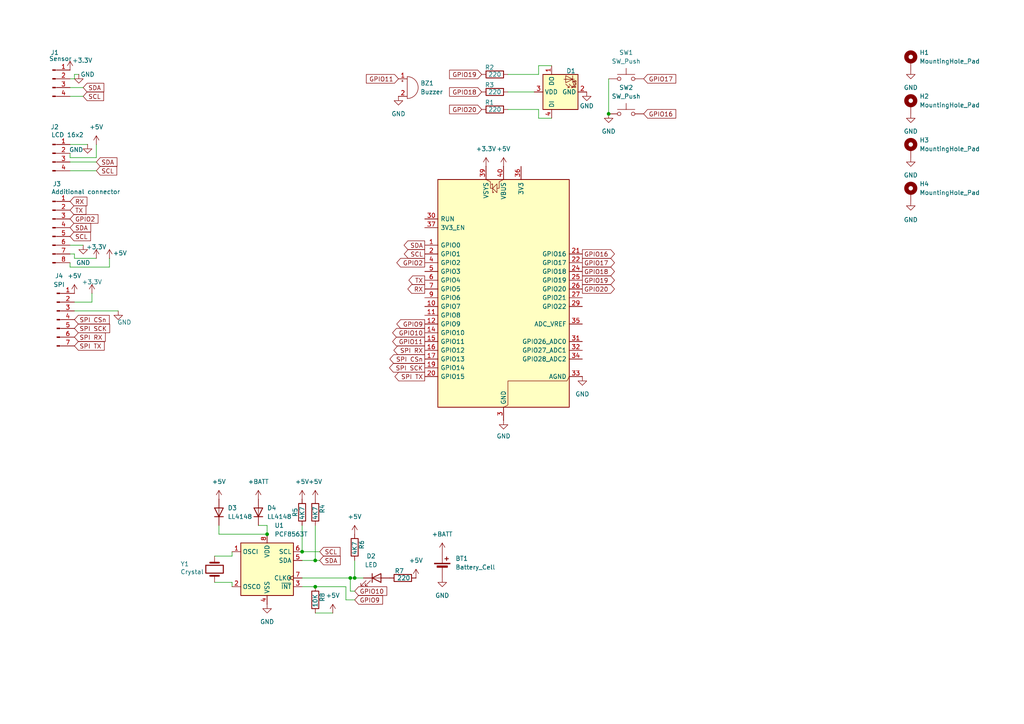
<source format=kicad_sch>
(kicad_sch (version 20250114) (generator "eeschema") (generator_version "9.0")
  (paper "A4")
  (title_block (title "Raspberry Pi Pico Logger") (date "2025-06-21") (rev "1.0") (company "Creator: Piotr Kłyś"))
  (lib_symbols
    (symbol "Connector:Conn_01x04_Pin" (pin_names (offset 1.016) (hide yes))
      (property "Reference" "J" (at 0 5.08 0))
      (property "Value" "Conn_01x04_Pin" (at 0 -7.62 0))
      (symbol "Conn_01x04_Pin_1_1"
        (rectangle (start 0.8636 2.667) (end 0 2.413) (stroke (width 0.1524)) (fill (type outline)))
        (rectangle (start 0.8636 0.127) (end 0 -0.127) (stroke (width 0.1524)) (fill (type outline)))
        (rectangle (start 0.8636 -2.413) (end 0 -2.667) (stroke (width 0.1524)) (fill (type outline)))
        (rectangle (start 0.8636 -4.953) (end 0 -5.207) (stroke (width 0.1524)) (fill (type outline)))
        (polyline (pts (xy 1.27 2.54) (xy 0.8636 2.54)) (stroke (width 0.1524)))
        (polyline (pts (xy 1.27 0) (xy 0.8636 0)) (stroke (width 0.1524)))
        (polyline (pts (xy 1.27 -2.54) (xy 0.8636 -2.54)) (stroke (width 0.1524)))
        (polyline (pts (xy 1.27 -5.08) (xy 0.8636 -5.08)) (stroke (width 0.1524)))
        (pin passive line (at 5.08 2.54 180) (length 3.81) (name "Pin_1") (number "1"))
        (pin passive line (at 5.08 0 180) (length 3.81) (name "Pin_2") (number "2"))
        (pin passive line (at 5.08 -2.54 180) (length 3.81) (name "Pin_3") (number "3"))
        (pin passive line (at 5.08 -5.08 180) (length 3.81) (name "Pin_4") (number "4"))
      )
    )
    (symbol "Connector:Conn_01x07_Pin" (pin_names (offset 1.016) (hide yes))
      (property "Reference" "J" (at 0 10.16 0))
      (property "Value" "Conn_01x07_Pin" (at 0 -10.16 0))
      (symbol "Conn_01x07_Pin_1_1"
        (rectangle (start 0.8636 7.747) (end 0 7.493) (stroke (width 0.1524)) (fill (type outline)))
        (rectangle (start 0.8636 5.207) (end 0 4.953) (stroke (width 0.1524)) (fill (type outline)))
        (rectangle (start 0.8636 2.667) (end 0 2.413) (stroke (width 0.1524)) (fill (type outline)))
        (rectangle (start 0.8636 0.127) (end 0 -0.127) (stroke (width 0.1524)) (fill (type outline)))
        (rectangle (start 0.8636 -2.413) (end 0 -2.667) (stroke (width 0.1524)) (fill (type outline)))
        (rectangle (start 0.8636 -4.953) (end 0 -5.207) (stroke (width 0.1524)) (fill (type outline)))
        (rectangle (start 0.8636 -7.493) (end 0 -7.747) (stroke (width 0.1524)) (fill (type outline)))
        (polyline (pts (xy 1.27 7.62) (xy 0.8636 7.62)) (stroke (width 0.1524)))
        (polyline (pts (xy 1.27 5.08) (xy 0.8636 5.08)) (stroke (width 0.1524)))
        (polyline (pts (xy 1.27 2.54) (xy 0.8636 2.54)) (stroke (width 0.1524)))
        (polyline (pts (xy 1.27 0) (xy 0.8636 0)) (stroke (width 0.1524)))
        (polyline (pts (xy 1.27 -2.54) (xy 0.8636 -2.54)) (stroke (width 0.1524)))
        (polyline (pts (xy 1.27 -5.08) (xy 0.8636 -5.08)) (stroke (width 0.1524)))
        (polyline (pts (xy 1.27 -7.62) (xy 0.8636 -7.62)) (stroke (width 0.1524)))
        (pin passive line (at 5.08 7.62 180) (length 3.81) (name "Pin_1") (number "1"))
        (pin passive line (at 5.08 5.08 180) (length 3.81) (name "Pin_2") (number "2"))
        (pin passive line (at 5.08 2.54 180) (length 3.81) (name "Pin_3") (number "3"))
        (pin passive line (at 5.08 0 180) (length 3.81) (name "Pin_4") (number "4"))
        (pin passive line (at 5.08 -2.54 180) (length 3.81) (name "Pin_5") (number "5"))
        (pin passive line (at 5.08 -5.08 180) (length 3.81) (name "Pin_6") (number "6"))
        (pin passive line (at 5.08 -7.62 180) (length 3.81) (name "Pin_7") (number "7"))
      )
    )
    (symbol "Connector:Conn_01x08_Pin" (pin_names (offset 1.016) (hide yes))
      (property "Reference" "J" (at 0 10.16 0))
      (property "Value" "Conn_01x08_Pin" (at 0 -12.7 0))
      (symbol "Conn_01x08_Pin_1_1"
        (rectangle (start 0.8636 7.747) (end 0 7.493) (stroke (width 0.1524)) (fill (type outline)))
        (rectangle (start 0.8636 5.207) (end 0 4.953) (stroke (width 0.1524)) (fill (type outline)))
        (rectangle (start 0.8636 2.667) (end 0 2.413) (stroke (width 0.1524)) (fill (type outline)))
        (rectangle (start 0.8636 0.127) (end 0 -0.127) (stroke (width 0.1524)) (fill (type outline)))
        (rectangle (start 0.8636 -2.413) (end 0 -2.667) (stroke (width 0.1524)) (fill (type outline)))
        (rectangle (start 0.8636 -4.953) (end 0 -5.207) (stroke (width 0.1524)) (fill (type outline)))
        (rectangle (start 0.8636 -7.493) (end 0 -7.747) (stroke (width 0.1524)) (fill (type outline)))
        (rectangle (start 0.8636 -10.033) (end 0 -10.287) (stroke (width 0.1524)) (fill (type outline)))
        (polyline (pts (xy 1.27 7.62) (xy 0.8636 7.62)) (stroke (width 0.1524)))
        (polyline (pts (xy 1.27 5.08) (xy 0.8636 5.08)) (stroke (width 0.1524)))
        (polyline (pts (xy 1.27 2.54) (xy 0.8636 2.54)) (stroke (width 0.1524)))
        (polyline (pts (xy 1.27 0) (xy 0.8636 0)) (stroke (width 0.1524)))
        (polyline (pts (xy 1.27 -2.54) (xy 0.8636 -2.54)) (stroke (width 0.1524)))
        (polyline (pts (xy 1.27 -5.08) (xy 0.8636 -5.08)) (stroke (width 0.1524)))
        (polyline (pts (xy 1.27 -7.62) (xy 0.8636 -7.62)) (stroke (width 0.1524)))
        (polyline (pts (xy 1.27 -10.16) (xy 0.8636 -10.16)) (stroke (width 0.1524)))
        (pin passive line (at 5.08 7.62 180) (length 3.81) (name "Pin_1") (number "1"))
        (pin passive line (at 5.08 5.08 180) (length 3.81) (name "Pin_2") (number "2"))
        (pin passive line (at 5.08 2.54 180) (length 3.81) (name "Pin_3") (number "3"))
        (pin passive line (at 5.08 0 180) (length 3.81) (name "Pin_4") (number "4"))
        (pin passive line (at 5.08 -2.54 180) (length 3.81) (name "Pin_5") (number "5"))
        (pin passive line (at 5.08 -5.08 180) (length 3.81) (name "Pin_6") (number "6"))
        (pin passive line (at 5.08 -7.62 180) (length 3.81) (name "Pin_7") (number "7"))
        (pin passive line (at 5.08 -10.16 180) (length 3.81) (name "Pin_8") (number "8"))
      )
    )
    (symbol "Device:Battery_Cell" (pin_numbers (hide yes)) (pin_names (offset 0) (hide yes))
      (property "Reference" "BT" (at 2.54 2.54 0))
      (property "Value" "Battery_Cell" (at 2.54 0 0))
      (symbol "Battery_Cell_0_1"
        (rectangle (start -2.286 1.778) (end 2.286 1.524) (fill (type outline)))
        (rectangle (start -1.524 1.016) (end 1.524 0.508) (fill (type outline)))
        (polyline (pts (xy 0 1.778) (xy 0 2.54)))
        (polyline (pts (xy 0 0.762) (xy 0 0)))
        (polyline (pts (xy 0.762 3.048) (xy 1.778 3.048)) (stroke (width 0.254)))
        (polyline (pts (xy 1.27 3.556) (xy 1.27 2.54)) (stroke (width 0.254)))
      )
      (symbol "Battery_Cell_1_1"
        (pin passive line (at 0 5.08 270) (length 2.54) (name "+") (number "1"))
        (pin passive line (at 0 -2.54 90) (length 2.54) (name "-") (number "2"))
      )
    )
    (symbol "Device:Buzzer" (pin_names (offset 0.0254) (hide yes))
      (property "Reference" "BZ" (at 3.81 1.27 0))
      (property "Value" "Buzzer" (at 3.81 -1.27 0))
      (symbol "Buzzer_0_1"
        (polyline (pts (xy -1.651 1.905) (xy -1.143 1.905)))
        (polyline (pts (xy -1.397 2.159) (xy -1.397 1.651)))
        (arc (start 0 3.175) (mid 3.1612 0) (end 0 -3.175))
        (polyline (pts (xy 0 3.175) (xy 0 -3.175)))
      )
      (symbol "Buzzer_1_1"
        (pin passive line (at -2.54 2.54 0) (length 2.54) (name "+") (number "1"))
        (pin passive line (at -2.54 -2.54 0) (length 2.54) (name "-") (number "2"))
      )
    )
    (symbol "Device:Crystal" (pin_numbers (hide yes)) (pin_names (offset 1.016) (hide yes))
      (property "Reference" "Y" (at 0 3.81 0))
      (property "Value" "Crystal" (at 0 -3.81 0))
      (symbol "Crystal_0_1"
        (polyline (pts (xy -2.54 0) (xy -1.905 0)))
        (polyline (pts (xy -1.905 -1.27) (xy -1.905 1.27)) (stroke (width 0.508)))
        (rectangle (start -1.143 2.54) (end 1.143 -2.54) (stroke (width 0.3048)))
        (polyline (pts (xy 1.905 -1.27) (xy 1.905 1.27)) (stroke (width 0.508)))
        (polyline (pts (xy 2.54 0) (xy 1.905 0)))
      )
      (symbol "Crystal_1_1"
        (pin passive line (at -3.81 0 0) (length 1.27) (name "1") (number "1"))
        (pin passive line (at 3.81 0 180) (length 1.27) (name "2") (number "2"))
      )
    )
    (symbol "Device:LED" (pin_numbers (hide yes)) (pin_names (offset 1.016) (hide yes))
      (property "Reference" "D" (at 0 2.54 0))
      (property "Value" "LED" (at 0 -2.54 0))
      (symbol "LED_0_1"
        (polyline (pts (xy -3.048 -0.762) (xy -4.572 -2.286) (xy -3.81 -2.286) (xy -4.572 -2.286) (xy -4.572 -1.524)))
        (polyline (pts (xy -1.778 -0.762) (xy -3.302 -2.286) (xy -2.54 -2.286) (xy -3.302 -2.286) (xy -3.302 -1.524)))
        (polyline (pts (xy -1.27 0) (xy 1.27 0)))
        (polyline (pts (xy -1.27 -1.27) (xy -1.27 1.27)) (stroke (width 0.254)))
        (polyline (pts (xy 1.27 -1.27) (xy 1.27 1.27) (xy -1.27 0) (xy 1.27 -1.27)) (stroke (width 0.254)))
      )
      (symbol "LED_1_1"
        (pin passive line (at -3.81 0 0) (length 2.54) (name "K") (number "1"))
        (pin passive line (at 3.81 0 180) (length 2.54) (name "A") (number "2"))
      )
    )
    (symbol "Device:R" (pin_numbers (hide yes)) (pin_names (offset 0))
      (property "Reference" "R" (at 2.032 0 90))
      (property "Value" "R" (at 0 0 90))
      (symbol "R_0_1"
        (rectangle (start -1.016 -2.54) (end 1.016 2.54) (stroke (width 0.254)))
      )
      (symbol "R_1_1"
        (pin passive line (at 0 3.81 270) (length 1.27) (name "~") (number "1"))
        (pin passive line (at 0 -3.81 90) (length 1.27) (name "~") (number "2"))
      )
    )
    (symbol "Diode:LL4148" (pin_numbers (hide yes)) (pin_names (hide yes))
      (property "Reference" "D" (at 0 2.54 0))
      (property "Value" "LL4148" (at 0 -2.54 0))
      (symbol "LL4148_0_1"
        (polyline (pts (xy -1.27 1.27) (xy -1.27 -1.27)) (stroke (width 0.254)))
        (polyline (pts (xy 1.27 1.27) (xy 1.27 -1.27) (xy -1.27 0) (xy 1.27 1.27)) (stroke (width 0.254)))
        (polyline (pts (xy 1.27 0) (xy -1.27 0)))
      )
      (symbol "LL4148_1_1"
        (pin passive line (at -3.81 0 0) (length 2.54) (name "K") (number "1"))
        (pin passive line (at 3.81 0 180) (length 2.54) (name "A") (number "2"))
      )
    )
    (symbol "LED:APA-106-F5"
      (property "Reference" "D" (at 5.08 5.715 0))
      (property "Value" "APA-106-F5" (at 1.27 -5.715 0))
      (symbol "APA-106-F5_0_0"
        (text "RGB" (at 2.286 -4.191 0) (effects (font (size 0.762 0.762))))
      )
      (symbol "APA-106-F5_0_1"
        (polyline (pts (xy 1.27 -2.54) (xy 1.778 -2.54)))
        (polyline (pts (xy 1.27 -3.556) (xy 1.778 -3.556)))
        (polyline (pts (xy 2.286 -1.524) (xy 1.27 -2.54) (xy 1.27 -2.032)))
        (polyline (pts (xy 2.286 -2.54) (xy 1.27 -3.556) (xy 1.27 -3.048)))
        (polyline (pts (xy 3.683 -1.016) (xy 3.683 -3.556) (xy 3.683 -4.064)))
        (polyline (pts (xy 4.699 -1.524) (xy 2.667 -1.524) (xy 3.683 -3.556) (xy 4.699 -1.524)))
        (polyline (pts (xy 4.699 -3.556) (xy 2.667 -3.556)))
        (rectangle (start 5.08 5.08) (end -5.08 -5.08) (stroke (width 0.254)) (fill (type background)))
      )
      (symbol "APA-106-F5_1_1"
        (pin input line (at -7.62 2.54 0) (length 2.54) (name "DI") (number "4"))
        (pin power_in line (at 0 7.62 270) (length 2.54) (name "VDD") (number "3"))
        (pin power_in line (at 0 -7.62 90) (length 2.54) (name "GND") (number "2"))
        (pin output line (at 7.62 2.54 180) (length 2.54) (name "DO") (number "1"))
      )
    )
    (symbol "MCU_Module:RaspberryPi_Pico" (pin_names (offset 0.762))
      (property "Reference" "A" (at -19.05 35.56 0))
      (property "Value" "RaspberryPi_Pico" (at 7.62 35.56 0))
      (symbol "RaspberryPi_Pico_0_1"
        (rectangle (start -19.05 34.29) (end 19.05 -31.75) (stroke (width 0.254)) (fill (type background)))
        (polyline (pts (xy -5.08 34.29) (xy -3.81 33.655) (xy -3.81 31.75) (xy -3.175 31.75)))
        (polyline (pts (xy -3.429 32.766) (xy -3.429 33.02) (xy -3.175 33.02) (xy -3.175 30.48) (xy -2.921 30.48) (xy -2.921 30.734)))
        (polyline (pts (xy -3.175 31.75) (xy -1.905 33.02) (xy -1.905 30.48) (xy -3.175 31.75)))
        (polyline (pts (xy 0 34.29) (xy -1.27 33.655) (xy -1.27 31.75) (xy -1.905 31.75)))
        (polyline (pts (xy 0 -31.75) (xy 1.27 -31.115) (xy 1.27 -24.13) (xy 18.415 -24.13) (xy 19.05 -22.86)))
      )
      (symbol "RaspberryPi_Pico_1_1"
        (pin passive line (at -22.86 22.86 0) (length 3.81) (name "RUN") (number "30"))
        (pin passive line (at -22.86 20.32 0) (length 3.81) (name "3V3_EN") (number "37"))
        (pin bidirectional line (at -22.86 15.24 0) (length 3.81) (name "GPIO0") (number "1"))
        (pin bidirectional line (at -22.86 12.7 0) (length 3.81) (name "GPIO1") (number "2"))
        (pin bidirectional line (at -22.86 10.16 0) (length 3.81) (name "GPIO2") (number "4"))
        (pin bidirectional line (at -22.86 7.62 0) (length 3.81) (name "GPIO3") (number "5"))
        (pin bidirectional line (at -22.86 5.08 0) (length 3.81) (name "GPIO4") (number "6"))
        (pin bidirectional line (at -22.86 2.54 0) (length 3.81) (name "GPIO5") (number "7"))
        (pin bidirectional line (at -22.86 0 0) (length 3.81) (name "GPIO6") (number "9"))
        (pin bidirectional line (at -22.86 -2.54 0) (length 3.81) (name "GPIO7") (number "10"))
        (pin bidirectional line (at -22.86 -5.08 0) (length 3.81) (name "GPIO8") (number "11"))
        (pin bidirectional line (at -22.86 -7.62 0) (length 3.81) (name "GPIO9") (number "12"))
        (pin bidirectional line (at -22.86 -10.16 0) (length 3.81) (name "GPIO10") (number "14"))
        (pin bidirectional line (at -22.86 -12.7 0) (length 3.81) (name "GPIO11") (number "15"))
        (pin bidirectional line (at -22.86 -15.24 0) (length 3.81) (name "GPIO12") (number "16"))
        (pin bidirectional line (at -22.86 -17.78 0) (length 3.81) (name "GPIO13") (number "17"))
        (pin bidirectional line (at -22.86 -20.32 0) (length 3.81) (name "GPIO14") (number "19"))
        (pin bidirectional line (at -22.86 -22.86 0) (length 3.81) (name "GPIO15") (number "20"))
        (pin power_in line (at -5.08 38.1 270) (length 3.81) (name "VSYS") (number "39"))
        (pin power_out line (at 0 38.1 270) (length 3.81) (name "VBUS") (number "40"))
        (pin passive line (at 0 -35.56 90) (length 3.81) (hide yes) (name "GND") (number "13"))
        (pin passive line (at 0 -35.56 90) (length 3.81) (hide yes) (name "GND") (number "18"))
        (pin passive line (at 0 -35.56 90) (length 3.81) (hide yes) (name "GND") (number "23"))
        (pin passive line (at 0 -35.56 90) (length 3.81) (hide yes) (name "GND") (number "28"))
        (pin power_out line (at 0 -35.56 90) (length 3.81) (name "GND") (number "3"))
        (pin passive line (at 0 -35.56 90) (length 3.81) (hide yes) (name "GND") (number "38"))
        (pin passive line (at 0 -35.56 90) (length 3.81) (hide yes) (name "GND") (number "8"))
        (pin power_out line (at 5.08 38.1 270) (length 3.81) (name "3V3") (number "36"))
        (pin bidirectional line (at 22.86 12.7 180) (length 3.81) (name "GPIO16") (number "21"))
        (pin bidirectional line (at 22.86 10.16 180) (length 3.81) (name "GPIO17") (number "22"))
        (pin bidirectional line (at 22.86 7.62 180) (length 3.81) (name "GPIO18") (number "24"))
        (pin bidirectional line (at 22.86 5.08 180) (length 3.81) (name "GPIO19") (number "25"))
        (pin bidirectional line (at 22.86 2.54 180) (length 3.81) (name "GPIO20") (number "26"))
        (pin bidirectional line (at 22.86 0 180) (length 3.81) (name "GPIO21") (number "27"))
        (pin bidirectional line (at 22.86 -2.54 180) (length 3.81) (name "GPIO22") (number "29"))
        (pin power_in line (at 22.86 -7.62 180) (length 3.81) (name "ADC_VREF") (number "35"))
        (pin bidirectional line (at 22.86 -12.7 180) (length 3.81) (name "GPIO26_ADC0") (number "31"))
        (pin bidirectional line (at 22.86 -15.24 180) (length 3.81) (name "GPIO27_ADC1") (number "32"))
        (pin bidirectional line (at 22.86 -17.78 180) (length 3.81) (name "GPIO28_ADC2") (number "34"))
        (pin power_out line (at 22.86 -22.86 180) (length 3.81) (name "AGND") (number "33"))
      )
    )
    (symbol "Mechanical:MountingHole_Pad" (pin_numbers (hide yes)) (pin_names (offset 1.016) (hide yes)) (in_bom no)
      (property "Reference" "H" (at 0 6.35 0))
      (property "Value" "MountingHole_Pad" (at 0 4.445 0))
      (symbol "MountingHole_Pad_0_1"
        (circle (center 0 1.27) (radius 1.27) (stroke (width 1.27)))
      )
      (symbol "MountingHole_Pad_1_1"
        (pin input line (at 0 -2.54 90) (length 2.54) (name "1") (number "1"))
      )
    )
    (symbol "Switch:SW_Push" (pin_numbers (hide yes)) (pin_names (offset 1.016) (hide yes))
      (property "Reference" "SW" (at 1.27 2.54 0))
      (property "Value" "SW_Push" (at 0 -1.524 0))
      (symbol "SW_Push_0_1"
        (circle (center -2.032 0) (radius 0.508))
        (polyline (pts (xy 0 1.27) (xy 0 3.048)))
        (circle (center 2.032 0) (radius 0.508))
        (polyline (pts (xy 2.54 1.27) (xy -2.54 1.27)))
        (pin passive line (at -5.08 0 0) (length 2.54) (name "1") (number "1"))
        (pin passive line (at 5.08 0 180) (length 2.54) (name "2") (number "2"))
      )
    )
    (symbol "Timer_RTC:PCF8563T"
      (property "Reference" "U" (at -7.62 8.89 0))
      (property "Value" "PCF8563T" (at 2.54 8.89 0))
      (symbol "PCF8563T_0_1"
        (rectangle (start -7.62 7.62) (end 7.62 -7.62) (stroke (width 0.254)) (fill (type background)))
      )
      (symbol "PCF8563T_1_1"
        (pin input line (at -10.16 5.08 0) (length 2.54) (name "OSCI") (number "1"))
        (pin output line (at -10.16 -5.08 0) (length 2.54) (name "OSCO") (number "2"))
        (pin power_in line (at 0 10.16 270) (length 2.54) (name "VDD") (number "8"))
        (pin power_in line (at 0 -10.16 90) (length 2.54) (name "VSS") (number "4"))
        (pin input line (at 10.16 5.08 180) (length 2.54) (name "SCL") (number "6"))
        (pin bidirectional line (at 10.16 2.54 180) (length 2.54) (name "SDA") (number "5"))
        (pin output clock (at 10.16 -2.54 180) (length 2.54) (name "CLKO") (number "7"))
        (pin output line (at 10.16 -5.08 180) (length 2.54) (name "~{INT}") (number "3"))
      )
    )
    (symbol "power:+3.3V" (power) (pin_numbers (hide yes)) (pin_names (offset 0) (hide yes))
      (property "Value" "+3.3V" (at 0 3.556 0))
      (symbol "+3.3V_0_1"
        (polyline (pts (xy -0.762 1.27) (xy 0 2.54)))
        (polyline (pts (xy 0 2.54) (xy 0.762 1.27)))
        (polyline (pts (xy 0 0) (xy 0 2.54)))
      )
      (symbol "+3.3V_1_1"
        (pin power_in line (at 0 0 90) (length 0) (name "~") (number "1"))
      )
    )
    (symbol "power:+5V" (power) (pin_numbers (hide yes)) (pin_names (offset 0) (hide yes))
      (property "Value" "+5V" (at 0 3.556 0))
      (symbol "+5V_0_1"
        (polyline (pts (xy -0.762 1.27) (xy 0 2.54)))
        (polyline (pts (xy 0 2.54) (xy 0.762 1.27)))
        (polyline (pts (xy 0 0) (xy 0 2.54)))
      )
      (symbol "+5V_1_1"
        (pin power_in line (at 0 0 90) (length 0) (name "~") (number "1"))
      )
    )
    (symbol "power:+BATT" (power) (pin_numbers (hide yes)) (pin_names (offset 0) (hide yes))
      (property "Value" "+BATT" (at 0 3.556 0))
      (symbol "+BATT_0_1"
        (polyline (pts (xy -0.762 1.27) (xy 0 2.54)))
        (polyline (pts (xy 0 2.54) (xy 0.762 1.27)))
        (polyline (pts (xy 0 0) (xy 0 2.54)))
      )
      (symbol "+BATT_1_1"
        (pin power_in line (at 0 0 90) (length 0) (name "~") (number "1"))
      )
    )
    (symbol "power:GND" (power) (pin_numbers (hide yes)) (pin_names (offset 0) (hide yes))
      (property "Value" "GND" (at 0 -3.81 0))
      (symbol "GND_0_1"
        (polyline (pts (xy 0 0) (xy 0 -1.27) (xy 1.27 -1.27) (xy 0 -2.54) (xy -1.27 -1.27) (xy 0 -1.27)))
      )
      (symbol "GND_1_1"
        (pin power_in line (at 0 0 270) (length 0) (name "~") (number "1"))
      )
    )
  )
  (junction (at 87.63 160.02))
  (junction (at 176.53 33.02))
  (junction (at 77.47 154.94))
  (junction (at 101.6 167.64))
  (junction (at 91.44 162.56))
  (junction (at 102.87 167.64))
  (junction (at 91.44 170.18))
  (wire (pts (xy 77.47 152.4) (xy 77.47 154.94)))
  (wire (pts (xy 27.94 41.91) (xy 27.94 45.72)))
  (wire (pts (xy 176.53 22.86) (xy 176.53 33.02)))
  (wire (pts (xy 87.63 152.4) (xy 87.63 160.02)))
  (wire (pts (xy 101.6 167.64) (xy 102.87 167.64)))
  (wire (pts (xy 21.59 21.59) (xy 21.59 22.86)))
  (wire (pts (xy 156.21 31.75) (xy 156.21 34.29)))
  (wire (pts (xy 102.87 173.99) (xy 100.33 173.99)))
  (wire (pts (xy 87.63 162.56) (xy 91.44 162.56)))
  (wire (pts (xy 20.32 73.66) (xy 21.59 73.66)))
  (wire (pts (xy 21.59 21.59) (xy 22.86 21.59)))
  (wire (pts (xy 21.59 74.93) (xy 21.59 73.66)))
  (wire (pts (xy 156.21 19.05) (xy 160.02 19.05)))
  (wire (pts (xy 20.32 45.72) (xy 20.32 44.45)))
  (wire (pts (xy 147.32 26.67) (xy 154.94 26.67)))
  (wire (pts (xy 62.23 161.29) (xy 67.31 161.29)))
  (wire (pts (xy 102.87 167.64) (xy 105.41 167.64)))
  (wire (pts (xy 100.33 170.18) (xy 91.44 170.18)))
  (wire (pts (xy 20.32 46.99) (xy 27.94 46.99)))
  (wire (pts (xy 20.32 71.12) (xy 24.13 71.12)))
  (wire (pts (xy 87.63 167.64) (xy 101.6 167.64)))
  (wire (pts (xy 100.33 173.99) (xy 100.33 170.18)))
  (wire (pts (xy 20.32 49.53) (xy 27.94 49.53)))
  (wire (pts (xy 20.32 25.4) (xy 24.13 25.4)))
  (wire (pts (xy 21.59 87.63) (xy 26.67 87.63)))
  (wire (pts (xy 102.87 171.45) (xy 101.6 171.45)))
  (wire (pts (xy 27.94 74.93) (xy 21.59 74.93)))
  (wire (pts (xy 101.6 171.45) (xy 101.6 167.64)))
  (wire (pts (xy 87.63 170.18) (xy 91.44 170.18)))
  (wire (pts (xy 63.5 152.4) (xy 63.5 154.94)))
  (wire (pts (xy 147.32 21.59) (xy 156.21 21.59)))
  (wire (pts (xy 20.32 45.72) (xy 27.94 45.72)))
  (wire (pts (xy 21.59 90.17) (xy 34.29 90.17)))
  (wire (pts (xy 26.67 85.09) (xy 26.67 87.63)))
  (wire (pts (xy 20.32 77.47) (xy 20.32 76.2)))
  (wire (pts (xy 63.5 154.94) (xy 77.47 154.94)))
  (wire (pts (xy 31.75 74.93) (xy 31.75 77.47)))
  (wire (pts (xy 87.63 160.02) (xy 92.71 160.02)))
  (wire (pts (xy 147.32 31.75) (xy 156.21 31.75)))
  (wire (pts (xy 67.31 168.91) (xy 67.31 170.18)))
  (wire (pts (xy 91.44 162.56) (xy 92.71 162.56)))
  (wire (pts (xy 156.21 21.59) (xy 156.21 19.05)))
  (wire (pts (xy 91.44 177.8) (xy 96.52 177.8)))
  (wire (pts (xy 31.75 77.47) (xy 20.32 77.47)))
  (wire (pts (xy 91.44 152.4) (xy 91.44 162.56)))
  (wire (pts (xy 156.21 34.29) (xy 160.02 34.29)))
  (wire (pts (xy 20.32 27.94) (xy 24.13 27.94)))
  (wire (pts (xy 74.93 152.4) (xy 77.47 152.4)))
  (wire (pts (xy 67.31 161.29) (xy 67.31 160.02)))
  (wire (pts (xy 62.23 168.91) (xy 67.31 168.91)))
  (wire (pts (xy 102.87 162.56) (xy 102.87 167.64)))
  (wire (pts (xy 20.32 41.91) (xy 25.4 41.91)))
  (wire (pts (xy 21.59 22.86) (xy 20.32 22.86)))
  (global_label "TX" (shape output) (at 123.19 81.28 180) (property "Intersheetrefs" "${INTERSHEET_REFS}" (effects (hide yes))))
  (global_label "SPI SCK" (shape input) (at 21.59 95.25 0) (property "Intersheetrefs" "${INTERSHEET_REFS}" (effects (hide yes))))
  (global_label "GPIO16" (shape input) (at 186.69 33.02 0) (property "Intersheetrefs" "${INTERSHEET_REFS}" (effects (hide yes))))
  (global_label "SCL" (shape input) (at 20.32 68.58 0) (property "Intersheetrefs" "${INTERSHEET_REFS}" (effects (hide yes))))
  (global_label "SDA" (shape input) (at 20.32 66.04 0) (property "Intersheetrefs" "${INTERSHEET_REFS}" (effects (hide yes))))
  (global_label "GPIO9" (shape input) (at 102.87 173.99 0) (property "Intersheetrefs" "${INTERSHEET_REFS}" (effects (hide yes))))
  (global_label "GPIO19" (shape output) (at 168.91 81.28 0) (property "Intersheetrefs" "${INTERSHEET_REFS}" (effects (hide yes))))
  (global_label "TX" (shape input) (at 20.32 60.96 0) (property "Intersheetrefs" "${INTERSHEET_REFS}" (effects (hide yes))))
  (global_label "SCL" (shape output) (at 123.19 73.66 180) (property "Intersheetrefs" "${INTERSHEET_REFS}" (effects (hide yes))))
  (global_label "SPI RX" (shape output) (at 123.19 101.6 180) (property "Intersheetrefs" "${INTERSHEET_REFS}" (effects (hide yes))))
  (global_label "SCL" (shape input) (at 92.71 160.02 0) (property "Intersheetrefs" "${INTERSHEET_REFS}" (effects (hide yes))))
  (global_label "SPI TX" (shape input) (at 21.59 100.33 0) (property "Intersheetrefs" "${INTERSHEET_REFS}" (effects (hide yes))))
  (global_label "SPI CSn" (shape output) (at 123.19 104.14 180) (property "Intersheetrefs" "${INTERSHEET_REFS}" (effects (hide yes))))
  (global_label "SDA" (shape output) (at 123.19 71.12 180) (property "Intersheetrefs" "${INTERSHEET_REFS}" (effects (hide yes))))
  (global_label "SCL" (shape input) (at 27.94 49.53 0) (property "Intersheetrefs" "${INTERSHEET_REFS}" (effects (hide yes))))
  (global_label "SCL" (shape input) (at 24.13 27.94 0) (property "Intersheetrefs" "${INTERSHEET_REFS}" (effects (hide yes))))
  (global_label "SPI CSn" (shape input) (at 21.59 92.71 0) (property "Intersheetrefs" "${INTERSHEET_REFS}" (effects (hide yes))))
  (global_label "SPI TX" (shape output) (at 123.19 109.22 180) (property "Intersheetrefs" "${INTERSHEET_REFS}" (effects (hide yes))))
  (global_label "GPIO19" (shape input) (at 139.7 21.59 180) (property "Intersheetrefs" "${INTERSHEET_REFS}" (effects (hide yes))))
  (global_label "GPIO11" (shape output) (at 123.19 99.06 180) (property "Intersheetrefs" "${INTERSHEET_REFS}" (effects (hide yes))))
  (global_label "GPIO2" (shape input) (at 20.32 63.5 0) (property "Intersheetrefs" "${INTERSHEET_REFS}" (effects (hide yes))))
  (global_label "GPIO9" (shape output) (at 123.19 93.98 180) (property "Intersheetrefs" "${INTERSHEET_REFS}" (effects (hide yes))))
  (global_label "GPIO18" (shape output) (at 168.91 78.74 0) (property "Intersheetrefs" "${INTERSHEET_REFS}" (effects (hide yes))))
  (global_label "GPIO20" (shape output) (at 168.91 83.82 0) (property "Intersheetrefs" "${INTERSHEET_REFS}" (effects (hide yes))))
  (global_label "SPI RX" (shape input) (at 21.59 97.79 0) (property "Intersheetrefs" "${INTERSHEET_REFS}" (effects (hide yes))))
  (global_label "GPIO20" (shape input) (at 139.7 31.75 180) (property "Intersheetrefs" "${INTERSHEET_REFS}" (effects (hide yes))))
  (global_label "GPIO2" (shape output) (at 123.19 76.2 180) (property "Intersheetrefs" "${INTERSHEET_REFS}" (effects (hide yes))))
  (global_label "GPIO16" (shape output) (at 168.91 73.66 0) (property "Intersheetrefs" "${INTERSHEET_REFS}" (effects (hide yes))))
  (global_label "SDA" (shape input) (at 92.71 162.56 0) (property "Intersheetrefs" "${INTERSHEET_REFS}" (effects (hide yes))))
  (global_label "SDA" (shape input) (at 24.13 25.4 0) (property "Intersheetrefs" "${INTERSHEET_REFS}" (effects (hide yes))))
  (global_label "SDA" (shape input) (at 27.94 46.99 0) (property "Intersheetrefs" "${INTERSHEET_REFS}" (effects (hide yes))))
  (global_label "GPIO10" (shape input) (at 102.87 171.45 0) (property "Intersheetrefs" "${INTERSHEET_REFS}" (effects (hide yes))))
  (global_label "GPIO18" (shape input) (at 139.7 26.67 180) (property "Intersheetrefs" "${INTERSHEET_REFS}" (effects (hide yes))))
  (global_label "GPIO11" (shape input) (at 115.57 22.86 180) (property "Intersheetrefs" "${INTERSHEET_REFS}" (effects (hide yes))))
  (global_label "RX" (shape input) (at 20.32 58.42 0) (property "Intersheetrefs" "${INTERSHEET_REFS}" (effects (hide yes))))
  (global_label "RX" (shape output) (at 123.19 83.82 180) (property "Intersheetrefs" "${INTERSHEET_REFS}" (effects (hide yes))))
  (global_label "GPIO17" (shape output) (at 168.91 76.2 0) (property "Intersheetrefs" "${INTERSHEET_REFS}" (effects (hide yes))))
  (global_label "SPI SCK" (shape output) (at 123.19 106.68 180) (property "Intersheetrefs" "${INTERSHEET_REFS}" (effects (hide yes))))
  (global_label "GPIO17" (shape input) (at 186.69 22.86 0) (property "Intersheetrefs" "${INTERSHEET_REFS}" (effects (hide yes))))
  (global_label "GPIO10" (shape output) (at 123.19 96.52 180) (property "Intersheetrefs" "${INTERSHEET_REFS}" (effects (hide yes))))
  (symbol (lib_id "Device:Buzzer") (at 118.11 25.4 0) (unit 1)
    (property "Reference" "BZ1" (at 121.92 24.1299 0) (effects (justify left)))
    (property "Value" "Buzzer" (at 121.92 26.6699 0) (effects (justify left)))
    (property "Footprint" "Buzzer_Beeper:Buzzer_12x9.5RM7.6" (effects (hide yes)))
    (property "Description" "Buzzer, polarized" (effects (hide yes)))
  )
  (symbol (lib_id "MCU_Module:RaspberryPi_Pico") (at 146.05 86.36 0) (unit 1)
    (property "Reference" "A1" (effects (hide yes)))
    (property "Value" "RaspberryPi_Pico" (effects (hide yes)))
    (property "Footprint" "Module:RaspberryPi_Pico_Common_THT" (effects (hide yes)))
    (property "Datasheet" "https://datasheets.raspberrypi.com/pico/pico-datasheet.pdf" (effects (hide yes)))
    (property "Description" "Versatile and inexpensive microcontroller module powered by RP2040 dual-core Arm Cortex-M0+ processor up to 133 MHz, 264kB SRAM, 2MB QSPI flash; also supports Raspberry Pi Pico 2" (effects (hide yes)))
  )
  (symbol (lib_id "Mechanical:MountingHole_Pad") (at 264.16 43.18 0) (unit 1) (in_bom no)
    (property "Reference" "H3" (at 266.7 40.6399 0) (effects (justify left)))
    (property "Value" "MountingHole_Pad" (at 266.7 43.1799 0) (effects (justify left)))
    (property "Footprint" "MountingHole:MountingHole_3.2mm_M3_DIN965_Pad" (effects (hide yes)))
    (property "Description" "Mounting Hole with connection" (effects (hide yes)))
  )
  (symbol (lib_id "Connector:Conn_01x08_Pin") (at 15.24 66.04 0) (unit 1)
    (property "Reference" "J3" (at 16.51 53.34 0))
    (property "Value" "Additional connector" (at 24.892 55.626 0))
    (property "Footprint" "Connector_PinHeader_2.54mm:PinHeader_1x08_P2.54mm_Horizontal" (effects (hide yes)))
    (property "Description" "Generic connector, single row, 01x08, script generated" (effects (hide yes)))
  )
  (symbol (lib_id "Connector:Conn_01x07_Pin") (at 16.51 92.71 0) (unit 1)
    (property "Reference" "J4" (at 17.145 80.01 0))
    (property "Value" "SPI" (at 17.145 82.55 0))
    (property "Footprint" "Connector_PinHeader_2.54mm:PinHeader_1x07_P2.54mm_Horizontal" (effects (hide yes)))
    (property "Description" "Generic connector, single row, 01x07, script generated" (effects (hide yes)))
  )
  (symbol (lib_id "power:GND") (at 264.16 33.02 0) (unit 1)
    (property "Reference" "#PWR09" (effects (hide yes)))
    (property "Value" "GND" (at 264.16 38.1 0))
    (property "Description" "Power symbol creates a global label with name \"GND\" , ground" (effects (hide yes)))
  )
  (symbol (lib_id "power:GND") (at 176.53 33.02 0) (unit 1)
    (property "Reference" "#PWR021" (effects (hide yes)))
    (property "Value" "GND" (at 176.53 38.1 0))
    (property "Description" "Power symbol creates a global label with name \"GND\" , ground" (effects (hide yes)))
  )
  (symbol (lib_id "Device:R") (at 91.44 173.99 0) (unit 1)
    (property "Reference" "R8" (at 93.472 173.228 90))
    (property "Value" "10K" (at 91.44 174.244 90))
    (property "Footprint" "Resistor_SMD:R_0805_2012Metric" (effects (hide yes)))
    (property "Description" "Resistor" (effects (hide yes)))
  )
  (symbol (lib_id "Device:R") (at 143.51 21.59 270) (unit 1)
    (property "Reference" "R2" (at 141.986 19.558 90))
    (property "Value" "220" (at 143.51 21.59 90))
    (property "Footprint" "Resistor_SMD:R_0805_2012Metric" (effects (hide yes)))
    (property "Description" "Resistor" (effects (hide yes)))
  )
  (symbol (lib_id "Mechanical:MountingHole_Pad") (at 264.16 17.78 0) (unit 1) (in_bom no)
    (property "Reference" "H1" (at 266.7 15.2399 0) (effects (justify left)))
    (property "Value" "MountingHole_Pad" (at 266.7 17.7799 0) (effects (justify left)))
    (property "Footprint" "MountingHole:MountingHole_3.2mm_M3_DIN965_Pad" (effects (hide yes)))
    (property "Description" "Mounting Hole with connection" (effects (hide yes)))
  )
  (symbol (lib_id "power:+5V") (at 146.05 48.26 0) (unit 1)
    (property "Reference" "#PWR04" (effects (hide yes)))
    (property "Value" "+5V" (at 146.05 43.18 0))
    (property "Description" "Power symbol creates a global label with name \"+5V\"" (effects (hide yes)))
  )
  (symbol (lib_id "power:+5V") (at 63.5 144.78 0) (unit 1)
    (property "Reference" "#PWR024" (effects (hide yes)))
    (property "Value" "+5V" (at 63.5 139.7 0))
    (property "Description" "Power symbol creates a global label with name \"+5V\"" (effects (hide yes)))
  )
  (symbol (lib_id "power:GND") (at 264.16 45.72 0) (unit 1)
    (property "Reference" "#PWR08" (effects (hide yes)))
    (property "Value" "GND" (at 264.16 50.8 0))
    (property "Description" "Power symbol creates a global label with name \"GND\" , ground" (effects (hide yes)))
  )
  (symbol (lib_id "Connector:Conn_01x04_Pin") (at 15.24 44.45 0) (unit 1)
    (property "Reference" "J2" (at 15.875 36.83 0))
    (property "Value" "LCD 16x2" (at 19.558 39.116 0))
    (property "Footprint" "Connector_PinHeader_2.54mm:PinHeader_1x04_P2.54mm_Vertical" (effects (hide yes)))
    (property "Description" "Generic connector, single row, 01x04, script generated" (effects (hide yes)))
  )
  (symbol (lib_id "Device:R") (at 102.87 158.75 0) (unit 1)
    (property "Reference" "R6" (at 104.902 157.988 90))
    (property "Value" "4K7" (at 102.87 159.004 90))
    (property "Footprint" "Resistor_SMD:R_0805_2012Metric" (effects (hide yes)))
    (property "Description" "Resistor" (effects (hide yes)))
  )
  (symbol (lib_id "Diode:LL4148") (at 74.93 148.59 90) (unit 1)
    (property "Reference" "D4" (at 77.47 147.3199 90) (effects (justify right)))
    (property "Value" "LL4148" (at 77.47 149.8599 90) (effects (justify right)))
    (property "Footprint" "Diode_SMD:D_MiniMELF" (effects (hide yes)))
    (property "Datasheet" "http://www.vishay.com/docs/85557/ll4148.pdf" (effects (hide yes)))
    (property "Description" "100V 0.15A standard switching diode, MiniMELF" (effects (hide yes)))
    (property "Sim.Device" "D" (effects (hide yes)))
    (property "Sim.Pins" "1=K 2=A" (effects (hide yes)))
  )
  (symbol (lib_id "Device:R") (at 91.44 148.59 0) (unit 1)
    (property "Reference" "R4" (at 93.472 147.574 90))
    (property "Value" "4K7" (at 91.44 148.844 90))
    (property "Footprint" "Resistor_SMD:R_0805_2012Metric" (effects (hide yes)))
    (property "Description" "Resistor" (effects (hide yes)))
  )
  (symbol (lib_id "power:+3.3V") (at 27.94 74.93 0) (unit 1)
    (property "Reference" "#PWR022" (effects (hide yes)))
    (property "Value" "+3.3V" (at 27.94 71.628 0))
    (property "Description" "Power symbol creates a global label with name \"+3.3V\"" (effects (hide yes)))
  )
  (symbol (lib_id "Mechanical:MountingHole_Pad") (at 264.16 30.48 0) (unit 1) (in_bom no)
    (property "Reference" "H2" (at 266.7 27.9399 0) (effects (justify left)))
    (property "Value" "MountingHole_Pad" (at 266.7 30.4799 0) (effects (justify left)))
    (property "Footprint" "MountingHole:MountingHole_3.2mm_M3_DIN965_Pad" (effects (hide yes)))
    (property "Description" "Mounting Hole with connection" (effects (hide yes)))
  )
  (symbol (lib_id "power:+5V") (at 102.87 154.94 0) (unit 1)
    (property "Reference" "#PWR015" (effects (hide yes)))
    (property "Value" "+5V" (at 102.87 149.86 0))
    (property "Description" "Power symbol creates a global label with name \"+5V\"" (effects (hide yes)))
  )
  (symbol (lib_id "Device:R") (at 116.84 167.64 90) (unit 1)
    (property "Reference" "R7" (at 115.824 165.608 90))
    (property "Value" "220" (at 117.094 167.64 90))
    (property "Footprint" "Resistor_SMD:R_0805_2012Metric" (effects (hide yes)))
    (property "Description" "Resistor" (effects (hide yes)))
  )
  (symbol (lib_id "Device:Battery_Cell") (at 128.27 165.1 0) (unit 1)
    (property "Reference" "BT1" (at 132.08 161.9884 0) (effects (justify left)))
    (property "Value" "Battery_Cell" (at 132.08 164.5284 0) (effects (justify left)))
    (property "Footprint" "Battery:BatteryHolder_Keystone_104_1x23mm" (effects (hide yes)))
    (property "Description" "Single-cell battery" (effects (hide yes)))
  )
  (symbol (lib_id "Mechanical:MountingHole_Pad") (at 264.16 55.88 0) (unit 1) (in_bom no)
    (property "Reference" "H4" (at 266.7 53.3399 0) (effects (justify left)))
    (property "Value" "MountingHole_Pad" (at 266.7 55.8799 0) (effects (justify left)))
    (property "Footprint" "MountingHole:MountingHole_3.2mm_M3_DIN965_Pad" (effects (hide yes)))
    (property "Description" "Mounting Hole with connection" (effects (hide yes)))
  )
  (symbol (lib_id "power:+3.3V") (at 26.67 85.09 0) (unit 1)
    (property "Reference" "#PWR032" (effects (hide yes)))
    (property "Value" "+3.3V" (at 26.67 81.788 0))
    (property "Description" "Power symbol creates a global label with name \"+3.3V\"" (effects (hide yes)))
  )
  (symbol (lib_id "power:GND") (at 264.16 20.32 0) (unit 1)
    (property "Reference" "#PWR06" (effects (hide yes)))
    (property "Value" "GND" (at 264.16 25.4 0))
    (property "Description" "Power symbol creates a global label with name \"GND\" , ground" (effects (hide yes)))
  )
  (symbol (lib_id "power:+5V") (at 21.59 85.09 0) (unit 1)
    (property "Reference" "#PWR031" (effects (hide yes)))
    (property "Value" "+5V" (at 21.59 80.01 0))
    (property "Description" "Power symbol creates a global label with name \"+5V\"" (effects (hide yes)))
  )
  (symbol (lib_id "Device:R") (at 143.51 26.67 270) (unit 1)
    (property "Reference" "R3" (at 141.986 24.638 90))
    (property "Value" "220" (at 143.51 26.67 90))
    (property "Footprint" "Resistor_SMD:R_0805_2012Metric" (effects (hide yes)))
    (property "Description" "Resistor" (effects (hide yes)))
  )
  (symbol (lib_id "power:GND") (at 24.13 71.12 0) (unit 1)
    (property "Reference" "#PWR012" (effects (hide yes)))
    (property "Value" "GND" (at 24.13 76.2 0))
    (property "Description" "Power symbol creates a global label with name \"GND\" , ground" (effects (hide yes)))
  )
  (symbol (lib_id "Device:R") (at 87.63 148.59 0) (unit 1)
    (property "Reference" "R5" (at 85.598 148.59 90))
    (property "Value" "4K7" (at 87.63 148.844 90))
    (property "Footprint" "Resistor_SMD:R_0805_2012Metric" (effects (hide yes)))
    (property "Description" "Resistor" (effects (hide yes)))
  )
  (symbol (lib_id "power:GND") (at 146.05 121.92 0) (unit 1)
    (property "Reference" "#PWR01" (effects (hide yes)))
    (property "Value" "GND" (at 146.05 126.492 0))
    (property "Description" "Power symbol creates a global label with name \"GND\" , ground" (effects (hide yes)))
  )
  (symbol (lib_id "LED:APA-106-F5") (at 162.56 26.67 90) (unit 1)
    (property "Reference" "D1" (at 165.608 20.574 90))
    (property "Value" "APA-106-F5" (effects (hide yes)))
    (property "Footprint" "LED_SMD:LED_Avago_PLCC4_3.2x2.8mm_CW" (effects (hide yes)))
    (property "Datasheet" "https://cdn.sparkfun.com/datasheets/Components/LED/COM-12877.pdf" (effects (hide yes)))
    (property "Description" "RGB LED with integrated controller, 5mm Package" (effects (hide yes)))
  )
  (symbol (lib_id "power:+BATT") (at 128.27 160.02 0) (unit 1)
    (property "Reference" "#PWR018" (effects (hide yes)))
    (property "Value" "+BATT" (at 128.27 154.94 0))
    (property "Description" "Power symbol creates a global label with name \"+BATT\"" (effects (hide yes)))
  )
  (symbol (lib_id "Timer_RTC:PCF8563T") (at 77.47 165.1 0) (unit 1)
    (property "Reference" "U1" (at 79.6133 152.4 0) (effects (justify left)))
    (property "Value" "PCF8563T" (at 79.6133 154.94 0) (effects (justify left)))
    (property "Footprint" "Package_SO:SOIC-8_3.9x4.9mm_P1.27mm" (effects (hide yes)))
    (property "Datasheet" "https://www.nxp.com/docs/en/data-sheet/PCF8563.pdf" (effects (hide yes)))
    (property "Description" "Realtime Clock/Calendar I2C Interface, SOIC-8" (effects (hide yes)))
  )
  (symbol (lib_id "power:GND") (at 115.57 27.94 0) (unit 1)
    (property "Reference" "#PWR05" (effects (hide yes)))
    (property "Value" "GND" (at 115.57 33.02 0))
    (property "Description" "Power symbol creates a global label with name \"GND\" , ground" (effects (hide yes)))
  )
  (symbol (lib_id "power:+5V") (at 91.44 144.78 0) (unit 1)
    (property "Reference" "#PWR011" (effects (hide yes)))
    (property "Value" "+5V" (at 91.44 139.7 0))
    (property "Description" "Power symbol creates a global label with name \"+5V\"" (effects (hide yes)))
  )
  (symbol (lib_id "power:GND") (at 34.29 90.17 0) (unit 1)
    (property "Reference" "#PWR030" (effects (hide yes)))
    (property "Value" "GND" (at 36.068 93.472 0))
    (property "Description" "Power symbol creates a global label with name \"GND\" , ground" (effects (hide yes)))
  )
  (symbol (lib_id "Device:LED") (at 109.22 167.64 0) (unit 1)
    (property "Reference" "D2" (at 107.6325 161.29 0))
    (property "Value" "LED" (at 107.6325 163.83 0))
    (property "Footprint" "LED_SMD:LED_0805_2012Metric" (effects (hide yes)))
    (property "Description" "Light emitting diode" (effects (hide yes)))
    (property "Sim.Pins" "1=K 2=A" (effects (hide yes)))
  )
  (symbol (lib_id "power:+5V") (at 96.52 177.8 0) (unit 1)
    (property "Reference" "#PWR029" (effects (hide yes)))
    (property "Value" "+5V" (at 96.52 172.72 0))
    (property "Description" "Power symbol creates a global label with name \"+5V\"" (effects (hide yes)))
  )
  (symbol (lib_id "Switch:SW_Push") (at 181.61 33.02 0) (unit 1)
    (property "Reference" "SW2" (at 181.61 25.4 0))
    (property "Value" "SW_Push" (at 181.61 27.94 0))
    (property "Footprint" "Button_Switch_THT:SW_PUSH_6mm" (effects (hide yes)))
    (property "Description" "Push button switch, generic, two pins" (effects (hide yes)))
  )
  (symbol (lib_id "power:+5V") (at 31.75 74.93 0) (unit 1)
    (property "Reference" "#PWR023" (effects (hide yes)))
    (property "Value" "+5V" (at 34.798 73.406 0))
    (property "Description" "Power symbol creates a global label with name \"+5V\"" (effects (hide yes)))
  )
  (symbol (lib_id "power:GND") (at 22.86 21.59 0) (unit 1)
    (property "Reference" "#PWR014" (effects (hide yes)))
    (property "Value" "GND" (at 25.4 21.59 0))
    (property "Description" "Power symbol creates a global label with name \"GND\" , ground" (effects (hide yes)))
  )
  (symbol (lib_id "Connector:Conn_01x04_Pin") (at 15.24 22.86 0) (unit 1)
    (property "Reference" "J1" (at 15.875 15.24 0))
    (property "Value" "Sensor" (at 17.526 17.018 0))
    (property "Footprint" "Connector_PinHeader_2.54mm:PinHeader_1x04_P2.54mm_Vertical" (effects (hide yes)))
    (property "Description" "Generic connector, single row, 01x04, script generated" (effects (hide yes)))
  )
  (symbol (lib_id "Device:R") (at 143.51 31.75 270) (unit 1)
    (property "Reference" "R1" (at 141.986 29.718 90))
    (property "Value" "220" (at 143.51 31.75 90))
    (property "Footprint" "Resistor_SMD:R_0805_2012Metric" (effects (hide yes)))
    (property "Description" "Resistor" (effects (hide yes)))
  )
  (symbol (lib_id "power:+3.3V") (at 140.97 48.26 0) (unit 1)
    (property "Reference" "#PWR016" (effects (hide yes)))
    (property "Value" "+3.3V" (at 140.97 43.18 0))
    (property "Description" "Power symbol creates a global label with name \"+3.3V\"" (effects (hide yes)))
  )
  (symbol (lib_id "Diode:LL4148") (at 63.5 148.59 90) (unit 1)
    (property "Reference" "D3" (at 66.04 147.3199 90) (effects (justify right)))
    (property "Value" "LL4148" (at 66.04 149.8599 90) (effects (justify right)))
    (property "Footprint" "Diode_SMD:D_MiniMELF" (effects (hide yes)))
    (property "Datasheet" "http://www.vishay.com/docs/85557/ll4148.pdf" (effects (hide yes)))
    (property "Description" "100V 0.15A standard switching diode, MiniMELF" (effects (hide yes)))
    (property "Sim.Device" "D" (effects (hide yes)))
    (property "Sim.Pins" "1=K 2=A" (effects (hide yes)))
  )
  (symbol (lib_id "power:GND") (at 77.47 175.26 0) (unit 1)
    (property "Reference" "#PWR025" (effects (hide yes)))
    (property "Value" "GND" (at 77.47 180.34 0))
    (property "Description" "Power symbol creates a global label with name \"GND\" , ground" (effects (hide yes)))
  )
  (symbol (lib_id "power:+3.3V") (at 20.32 20.32 0) (unit 1)
    (property "Reference" "#PWR020" (effects (hide yes)))
    (property "Value" "+3.3V" (at 23.876 17.526 0))
    (property "Description" "Power symbol creates a global label with name \"+3.3V\"" (effects (hide yes)))
  )
  (symbol (lib_id "power:GND") (at 264.16 58.42 0) (unit 1)
    (property "Reference" "#PWR07" (effects (hide yes)))
    (property "Value" "GND" (at 264.16 63.754 0))
    (property "Description" "Power symbol creates a global label with name \"GND\" , ground" (effects (hide yes)))
  )
  (symbol (lib_id "power:GND") (at 25.4 41.91 0) (unit 1)
    (property "Reference" "#PWR013" (effects (hide yes)))
    (property "Value" "GND" (at 22.098 43.434 0))
    (property "Description" "Power symbol creates a global label with name \"GND\" , ground" (effects (hide yes)))
  )
  (symbol (lib_id "power:GND") (at 128.27 167.64 0) (unit 1)
    (property "Reference" "#PWR035" (effects (hide yes)))
    (property "Value" "GND" (at 128.27 172.72 0))
    (property "Description" "Power symbol creates a global label with name \"GND\" , ground" (effects (hide yes)))
  )
  (symbol (lib_id "power:GND") (at 170.18 26.67 0) (unit 1)
    (property "Reference" "#PWR03" (effects (hide yes)))
    (property "Value" "GND" (at 170.18 30.734 0))
    (property "Description" "Power symbol creates a global label with name \"GND\" , ground" (effects (hide yes)))
  )
  (symbol (lib_id "power:+5V") (at 87.63 144.78 0) (unit 1)
    (property "Reference" "#PWR010" (effects (hide yes)))
    (property "Value" "+5V" (at 87.63 139.7 0))
    (property "Description" "Power symbol creates a global label with name \"+5V\"" (effects (hide yes)))
  )
  (symbol (lib_id "power:+5V") (at 120.65 167.64 0) (unit 1)
    (property "Reference" "#PWR017" (effects (hide yes)))
    (property "Value" "+5V" (at 120.65 162.56 0))
    (property "Description" "Power symbol creates a global label with name \"+5V\"" (effects (hide yes)))
  )
  (symbol (lib_id "power:+5V") (at 27.94 41.91 0) (unit 1)
    (property "Reference" "#PWR019" (effects (hide yes)))
    (property "Value" "+5V" (at 27.94 36.83 0))
    (property "Description" "Power symbol creates a global label with name \"+5V\"" (effects (hide yes)))
  )
  (symbol (lib_id "Device:Crystal") (at 62.23 165.1 90) (unit 1)
    (property "Reference" "Y1" (at 52.324 163.576 90) (effects (justify right)))
    (property "Value" "Crystal" (at 52.324 165.862 90) (effects (justify right)))
    (property "Footprint" "Crystal:Crystal_SMD_3215-2Pin_3.2x1.5mm" (effects (hide yes)))
    (property "Description" "Two pin crystal" (effects (hide yes)))
  )
  (symbol (lib_id "Switch:SW_Push") (at 181.61 22.86 0) (unit 1)
    (property "Reference" "SW1" (at 181.61 15.24 0))
    (property "Value" "SW_Push" (at 181.61 17.78 0))
    (property "Footprint" "Button_Switch_THT:SW_PUSH_6mm" (effects (hide yes)))
    (property "Description" "Push button switch, generic, two pins" (effects (hide yes)))
  )
  (symbol (lib_id "power:+BATT") (at 74.93 144.78 0) (unit 1)
    (property "Reference" "#PWR026" (effects (hide yes)))
    (property "Value" "+BATT" (at 74.93 139.7 0))
    (property "Description" "Power symbol creates a global label with name \"+BATT\"" (effects (hide yes)))
  )
  (symbol (lib_id "power:GND") (at 168.91 109.22 0) (unit 1)
    (property "Reference" "#PWR02" (effects (hide yes)))
    (property "Value" "GND" (at 168.91 114.3 0))
    (property "Description" "Power symbol creates a global label with name \"GND\" , ground" (effects (hide yes)))
  )
)
</source>
